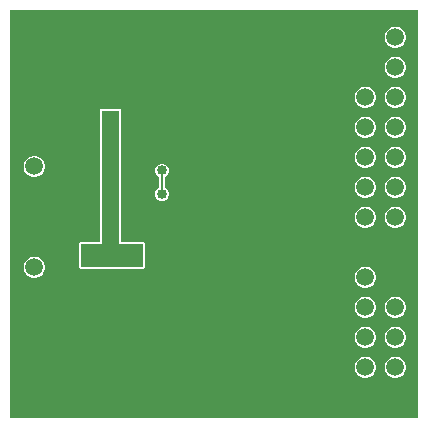
<source format=gbr>
%TF.GenerationSoftware,Altium Limited,Altium Designer,21.2.2 (38)*%
G04 Layer_Physical_Order=2*
G04 Layer_Color=16711680*
%FSLAX45Y45*%
%MOMM*%
%TF.SameCoordinates,DC8D9031-FEEE-4EB9-A140-7D2FD38E5C7C*%
%TF.FilePolarity,Positive*%
%TF.FileFunction,Copper,L2,Bot,Signal*%
%TF.Part,Single*%
G01*
G75*
%TA.AperFunction,Conductor*%
%ADD18C,0.20000*%
%TA.AperFunction,ComponentPad*%
%ADD20R,1.50000X1.50000*%
%ADD21C,1.50000*%
%TA.AperFunction,ViaPad*%
%ADD22C,0.85000*%
%ADD23C,0.65000*%
G36*
X3474512Y25488D02*
X25488D01*
Y3474512D01*
X3474512D01*
Y25488D01*
D02*
G37*
%LPC*%
G36*
X3296849Y3337000D02*
X3273151D01*
X3250261Y3330867D01*
X3229739Y3319018D01*
X3212982Y3302261D01*
X3201134Y3281739D01*
X3195000Y3258849D01*
Y3235152D01*
X3201134Y3212262D01*
X3212982Y3191739D01*
X3229739Y3174982D01*
X3250261Y3163134D01*
X3273151Y3157000D01*
X3296849D01*
X3319739Y3163134D01*
X3340261Y3174982D01*
X3357018Y3191739D01*
X3368867Y3212262D01*
X3375000Y3235152D01*
Y3258849D01*
X3368867Y3281739D01*
X3357018Y3302261D01*
X3340261Y3319018D01*
X3319739Y3330867D01*
X3296849Y3337000D01*
D02*
G37*
G36*
Y3083000D02*
X3273151D01*
X3250261Y3076867D01*
X3229739Y3065018D01*
X3212982Y3048261D01*
X3201134Y3027739D01*
X3195000Y3004849D01*
Y2981152D01*
X3201134Y2958262D01*
X3212982Y2937739D01*
X3229739Y2920982D01*
X3250261Y2909134D01*
X3273151Y2903000D01*
X3296849D01*
X3319739Y2909134D01*
X3340261Y2920982D01*
X3357018Y2937739D01*
X3368867Y2958262D01*
X3375000Y2981152D01*
Y3004849D01*
X3368867Y3027739D01*
X3357018Y3048261D01*
X3340261Y3065018D01*
X3319739Y3076867D01*
X3296849Y3083000D01*
D02*
G37*
G36*
Y2829000D02*
X3273151D01*
X3250261Y2822867D01*
X3229739Y2811018D01*
X3212982Y2794261D01*
X3201134Y2773739D01*
X3195000Y2750849D01*
Y2727152D01*
X3201134Y2704262D01*
X3212982Y2683739D01*
X3229739Y2666982D01*
X3250261Y2655134D01*
X3273151Y2649000D01*
X3296849D01*
X3319739Y2655134D01*
X3340261Y2666982D01*
X3357018Y2683739D01*
X3368867Y2704262D01*
X3375000Y2727152D01*
Y2750849D01*
X3368867Y2773739D01*
X3357018Y2794261D01*
X3340261Y2811018D01*
X3319739Y2822867D01*
X3296849Y2829000D01*
D02*
G37*
G36*
X3042849D02*
X3019151D01*
X2996261Y2822867D01*
X2975739Y2811018D01*
X2958982Y2794261D01*
X2947134Y2773739D01*
X2941000Y2750849D01*
Y2727152D01*
X2947134Y2704262D01*
X2958982Y2683739D01*
X2975739Y2666982D01*
X2996261Y2655134D01*
X3019151Y2649000D01*
X3042849D01*
X3065739Y2655134D01*
X3086261Y2666982D01*
X3103018Y2683739D01*
X3114867Y2704262D01*
X3121000Y2727152D01*
Y2750849D01*
X3114867Y2773739D01*
X3103018Y2794261D01*
X3086261Y2811018D01*
X3065739Y2822867D01*
X3042849Y2829000D01*
D02*
G37*
G36*
X3296849Y2575000D02*
X3273151D01*
X3250261Y2568867D01*
X3229739Y2557018D01*
X3212982Y2540261D01*
X3201134Y2519739D01*
X3195000Y2496849D01*
Y2473152D01*
X3201134Y2450262D01*
X3212982Y2429739D01*
X3229739Y2412982D01*
X3250261Y2401134D01*
X3273151Y2395000D01*
X3296849D01*
X3319739Y2401134D01*
X3340261Y2412982D01*
X3357018Y2429739D01*
X3368867Y2450262D01*
X3375000Y2473152D01*
Y2496849D01*
X3368867Y2519739D01*
X3357018Y2540261D01*
X3340261Y2557018D01*
X3319739Y2568867D01*
X3296849Y2575000D01*
D02*
G37*
G36*
X3042849D02*
X3019151D01*
X2996261Y2568867D01*
X2975739Y2557018D01*
X2958982Y2540261D01*
X2947134Y2519739D01*
X2941000Y2496849D01*
Y2473152D01*
X2947134Y2450262D01*
X2958982Y2429739D01*
X2975739Y2412982D01*
X2996261Y2401134D01*
X3019151Y2395000D01*
X3042849D01*
X3065739Y2401134D01*
X3086261Y2412982D01*
X3103018Y2429739D01*
X3114867Y2450262D01*
X3121000Y2473152D01*
Y2496849D01*
X3114867Y2519739D01*
X3103018Y2540261D01*
X3086261Y2557018D01*
X3065739Y2568867D01*
X3042849Y2575000D01*
D02*
G37*
G36*
X3296849Y2321000D02*
X3273151D01*
X3250261Y2314867D01*
X3229739Y2303018D01*
X3212982Y2286261D01*
X3201134Y2265739D01*
X3195000Y2242849D01*
Y2219152D01*
X3201134Y2196262D01*
X3212982Y2175739D01*
X3229739Y2158982D01*
X3250261Y2147134D01*
X3273151Y2141000D01*
X3296849D01*
X3319739Y2147134D01*
X3340261Y2158982D01*
X3357018Y2175739D01*
X3368867Y2196262D01*
X3375000Y2219152D01*
Y2242849D01*
X3368867Y2265739D01*
X3357018Y2286261D01*
X3340261Y2303018D01*
X3319739Y2314867D01*
X3296849Y2321000D01*
D02*
G37*
G36*
X3042849D02*
X3019151D01*
X2996261Y2314867D01*
X2975739Y2303018D01*
X2958982Y2286261D01*
X2947134Y2265739D01*
X2941000Y2242849D01*
Y2219152D01*
X2947134Y2196262D01*
X2958982Y2175739D01*
X2975739Y2158982D01*
X2996261Y2147134D01*
X3019151Y2141000D01*
X3042849D01*
X3065739Y2147134D01*
X3086261Y2158982D01*
X3103018Y2175739D01*
X3114867Y2196262D01*
X3121000Y2219152D01*
Y2242849D01*
X3114867Y2265739D01*
X3103018Y2286261D01*
X3086261Y2303018D01*
X3065739Y2314867D01*
X3042849Y2321000D01*
D02*
G37*
G36*
X241849Y2244000D02*
X218151D01*
X195261Y2237867D01*
X174739Y2226018D01*
X157982Y2209261D01*
X146134Y2188739D01*
X140000Y2165849D01*
Y2142152D01*
X146134Y2119262D01*
X157982Y2098739D01*
X174739Y2081983D01*
X195261Y2070134D01*
X218151Y2064000D01*
X241849D01*
X264739Y2070134D01*
X285261Y2081983D01*
X302018Y2098739D01*
X313867Y2119262D01*
X320000Y2142152D01*
Y2165849D01*
X313867Y2188739D01*
X302018Y2209261D01*
X285261Y2226018D01*
X264739Y2237867D01*
X241849Y2244000D01*
D02*
G37*
G36*
X3296849Y2067000D02*
X3273151D01*
X3250261Y2060867D01*
X3229739Y2049018D01*
X3212982Y2032261D01*
X3201134Y2011739D01*
X3195000Y1988849D01*
Y1965152D01*
X3201134Y1942262D01*
X3212982Y1921739D01*
X3229739Y1904982D01*
X3250261Y1893134D01*
X3273151Y1887000D01*
X3296849D01*
X3319739Y1893134D01*
X3340261Y1904982D01*
X3357018Y1921739D01*
X3368867Y1942262D01*
X3375000Y1965152D01*
Y1988849D01*
X3368867Y2011739D01*
X3357018Y2032261D01*
X3340261Y2049018D01*
X3319739Y2060867D01*
X3296849Y2067000D01*
D02*
G37*
G36*
X3042849D02*
X3019151D01*
X2996261Y2060867D01*
X2975739Y2049018D01*
X2958982Y2032261D01*
X2947134Y2011739D01*
X2941000Y1988849D01*
Y1965152D01*
X2947134Y1942262D01*
X2958982Y1921739D01*
X2975739Y1904982D01*
X2996261Y1893134D01*
X3019151Y1887000D01*
X3042849D01*
X3065739Y1893134D01*
X3086261Y1904982D01*
X3103018Y1921739D01*
X3114867Y1942262D01*
X3121000Y1965152D01*
Y1988849D01*
X3114867Y2011739D01*
X3103018Y2032261D01*
X3086261Y2049018D01*
X3065739Y2060867D01*
X3042849Y2067000D01*
D02*
G37*
G36*
X1321437Y2177500D02*
X1298563D01*
X1277429Y2168746D01*
X1261254Y2152571D01*
X1252500Y2131437D01*
Y2108563D01*
X1261254Y2087429D01*
X1277429Y2071254D01*
X1284510Y2068321D01*
Y1971679D01*
X1277429Y1968746D01*
X1261254Y1952571D01*
X1252500Y1931437D01*
Y1908563D01*
X1261254Y1887429D01*
X1277429Y1871254D01*
X1298563Y1862500D01*
X1321437D01*
X1342571Y1871254D01*
X1358746Y1887429D01*
X1367500Y1908563D01*
Y1931437D01*
X1358746Y1952571D01*
X1342571Y1968746D01*
X1335490Y1971679D01*
Y2068321D01*
X1342571Y2071254D01*
X1358746Y2087429D01*
X1367500Y2108563D01*
Y2131437D01*
X1358746Y2152571D01*
X1342571Y2168746D01*
X1321437Y2177500D01*
D02*
G37*
G36*
X3296849Y1813000D02*
X3273151D01*
X3250261Y1806867D01*
X3229739Y1795018D01*
X3212982Y1778261D01*
X3201134Y1757739D01*
X3195000Y1734849D01*
Y1711152D01*
X3201134Y1688262D01*
X3212982Y1667739D01*
X3229739Y1650982D01*
X3250261Y1639134D01*
X3273151Y1633000D01*
X3296849D01*
X3319739Y1639134D01*
X3340261Y1650982D01*
X3357018Y1667739D01*
X3368867Y1688262D01*
X3375000Y1711152D01*
Y1734849D01*
X3368867Y1757739D01*
X3357018Y1778261D01*
X3340261Y1795018D01*
X3319739Y1806867D01*
X3296849Y1813000D01*
D02*
G37*
G36*
X3042849D02*
X3019151D01*
X2996261Y1806867D01*
X2975739Y1795018D01*
X2958982Y1778261D01*
X2947134Y1757739D01*
X2941000Y1734849D01*
Y1711152D01*
X2947134Y1688262D01*
X2958982Y1667739D01*
X2975739Y1650982D01*
X2996261Y1639134D01*
X3019151Y1633000D01*
X3042849D01*
X3065739Y1639134D01*
X3086261Y1650982D01*
X3103018Y1667739D01*
X3114867Y1688262D01*
X3121000Y1711152D01*
Y1734849D01*
X3114867Y1757739D01*
X3103018Y1778261D01*
X3086261Y1795018D01*
X3065739Y1806867D01*
X3042849Y1813000D01*
D02*
G37*
G36*
X950000Y2641236D02*
X800000D01*
X788519Y2636481D01*
X783764Y2625000D01*
Y1516236D01*
X625000D01*
X613519Y1511481D01*
X608764Y1500000D01*
Y1300000D01*
X613519Y1288519D01*
X625000Y1283764D01*
X1150000D01*
X1161481Y1288519D01*
X1166236Y1300000D01*
Y1500000D01*
X1161481Y1511481D01*
X1150000Y1516236D01*
X966236D01*
Y2625000D01*
X961480Y2636481D01*
X950000Y2641236D01*
D02*
G37*
G36*
X241849Y1390000D02*
X218151D01*
X195261Y1383867D01*
X174739Y1372018D01*
X157982Y1355261D01*
X146134Y1334739D01*
X140000Y1311849D01*
Y1288152D01*
X146134Y1265262D01*
X157982Y1244739D01*
X174739Y1227983D01*
X195261Y1216134D01*
X218151Y1210000D01*
X241849D01*
X264739Y1216134D01*
X285261Y1227983D01*
X302018Y1244739D01*
X313867Y1265262D01*
X320000Y1288152D01*
Y1311849D01*
X313867Y1334739D01*
X302018Y1355261D01*
X285261Y1372018D01*
X264739Y1383867D01*
X241849Y1390000D01*
D02*
G37*
G36*
X3042849Y1305000D02*
X3019151D01*
X2996261Y1298867D01*
X2975739Y1287018D01*
X2958982Y1270261D01*
X2947134Y1249739D01*
X2941000Y1226849D01*
Y1203152D01*
X2947134Y1180262D01*
X2958982Y1159739D01*
X2975739Y1142982D01*
X2996261Y1131134D01*
X3019151Y1125000D01*
X3042849D01*
X3065739Y1131134D01*
X3086261Y1142982D01*
X3103018Y1159739D01*
X3114867Y1180262D01*
X3121000Y1203152D01*
Y1226849D01*
X3114867Y1249739D01*
X3103018Y1270261D01*
X3086261Y1287018D01*
X3065739Y1298867D01*
X3042849Y1305000D01*
D02*
G37*
G36*
X3296849Y1051000D02*
X3273151D01*
X3250261Y1044867D01*
X3229739Y1033018D01*
X3212982Y1016261D01*
X3201134Y995739D01*
X3195000Y972849D01*
Y949152D01*
X3201134Y926262D01*
X3212982Y905739D01*
X3229739Y888982D01*
X3250261Y877134D01*
X3273151Y871000D01*
X3296849D01*
X3319739Y877134D01*
X3340261Y888982D01*
X3357018Y905739D01*
X3368867Y926262D01*
X3375000Y949152D01*
Y972849D01*
X3368867Y995739D01*
X3357018Y1016261D01*
X3340261Y1033018D01*
X3319739Y1044867D01*
X3296849Y1051000D01*
D02*
G37*
G36*
X3042849D02*
X3019151D01*
X2996261Y1044867D01*
X2975739Y1033018D01*
X2958982Y1016261D01*
X2947134Y995739D01*
X2941000Y972849D01*
Y949152D01*
X2947134Y926262D01*
X2958982Y905739D01*
X2975739Y888982D01*
X2996261Y877134D01*
X3019151Y871000D01*
X3042849D01*
X3065739Y877134D01*
X3086261Y888982D01*
X3103018Y905739D01*
X3114867Y926262D01*
X3121000Y949152D01*
Y972849D01*
X3114867Y995739D01*
X3103018Y1016261D01*
X3086261Y1033018D01*
X3065739Y1044867D01*
X3042849Y1051000D01*
D02*
G37*
G36*
X3296849Y797000D02*
X3273151D01*
X3250261Y790867D01*
X3229739Y779018D01*
X3212982Y762261D01*
X3201134Y741739D01*
X3195000Y718849D01*
Y695152D01*
X3201134Y672262D01*
X3212982Y651739D01*
X3229739Y634982D01*
X3250261Y623134D01*
X3273151Y617000D01*
X3296849D01*
X3319739Y623134D01*
X3340261Y634982D01*
X3357018Y651739D01*
X3368867Y672262D01*
X3375000Y695152D01*
Y718849D01*
X3368867Y741739D01*
X3357018Y762261D01*
X3340261Y779018D01*
X3319739Y790867D01*
X3296849Y797000D01*
D02*
G37*
G36*
X3042849D02*
X3019151D01*
X2996261Y790867D01*
X2975739Y779018D01*
X2958982Y762261D01*
X2947134Y741739D01*
X2941000Y718849D01*
Y695152D01*
X2947134Y672262D01*
X2958982Y651739D01*
X2975739Y634982D01*
X2996261Y623134D01*
X3019151Y617000D01*
X3042849D01*
X3065739Y623134D01*
X3086261Y634982D01*
X3103018Y651739D01*
X3114867Y672262D01*
X3121000Y695152D01*
Y718849D01*
X3114867Y741739D01*
X3103018Y762261D01*
X3086261Y779018D01*
X3065739Y790867D01*
X3042849Y797000D01*
D02*
G37*
G36*
X3296849Y543000D02*
X3273151D01*
X3250261Y536867D01*
X3229739Y525018D01*
X3212982Y508261D01*
X3201134Y487739D01*
X3195000Y464849D01*
Y441152D01*
X3201134Y418262D01*
X3212982Y397739D01*
X3229739Y380982D01*
X3250261Y369134D01*
X3273151Y363000D01*
X3296849D01*
X3319739Y369134D01*
X3340261Y380982D01*
X3357018Y397739D01*
X3368867Y418262D01*
X3375000Y441152D01*
Y464849D01*
X3368867Y487739D01*
X3357018Y508261D01*
X3340261Y525018D01*
X3319739Y536867D01*
X3296849Y543000D01*
D02*
G37*
G36*
X3042849D02*
X3019151D01*
X2996261Y536867D01*
X2975739Y525018D01*
X2958982Y508261D01*
X2947134Y487739D01*
X2941000Y464849D01*
Y441152D01*
X2947134Y418262D01*
X2958982Y397739D01*
X2975739Y380982D01*
X2996261Y369134D01*
X3019151Y363000D01*
X3042849D01*
X3065739Y369134D01*
X3086261Y380982D01*
X3103018Y397739D01*
X3114867Y418262D01*
X3121000Y441152D01*
Y464849D01*
X3114867Y487739D01*
X3103018Y508261D01*
X3086261Y525018D01*
X3065739Y536867D01*
X3042849Y543000D01*
D02*
G37*
%LPD*%
G36*
X950000Y1500000D02*
X1150000D01*
Y1300000D01*
X625000D01*
Y1500000D01*
X800000D01*
Y2625000D01*
X950000D01*
Y1500000D01*
D02*
G37*
D18*
X1310000Y1920000D02*
Y2120000D01*
D20*
X230000Y1554000D02*
D03*
Y1900000D02*
D03*
X3031000Y3247000D02*
D03*
D21*
X230000Y1300000D02*
D03*
Y2154000D02*
D03*
X3285000Y3247000D02*
D03*
X3031000Y2993000D02*
D03*
X3285000D02*
D03*
X3031000Y2739000D02*
D03*
X3285000D02*
D03*
X3031000Y2485000D02*
D03*
X3285000D02*
D03*
X3031000Y2231000D02*
D03*
X3285000D02*
D03*
X3031000Y1977000D02*
D03*
X3285000D02*
D03*
X3031000Y1723000D02*
D03*
X3285000D02*
D03*
X3031000Y1469000D02*
D03*
X3285000D02*
D03*
X3031000Y1215000D02*
D03*
X3285000D02*
D03*
X3031000Y961000D02*
D03*
X3285000D02*
D03*
X3031000Y707000D02*
D03*
X3285000D02*
D03*
X3031000Y453000D02*
D03*
X3285000D02*
D03*
X3031000Y199000D02*
D03*
X3285000D02*
D03*
D22*
X2230000Y3110000D02*
D03*
X1310000Y2120000D02*
D03*
Y1920000D02*
D03*
X2560000Y1730000D02*
D03*
X2230000Y2060000D02*
D03*
X1210000Y1560000D02*
D03*
D23*
X880000Y2190000D02*
D03*
Y2280000D02*
D03*
Y2370000D02*
D03*
Y2460000D02*
D03*
Y2550000D02*
D03*
X675000Y1400000D02*
D03*
X775000D02*
D03*
X875000D02*
D03*
X975000D02*
D03*
X1075000D02*
D03*
%TF.MD5,6abccdeb5d97bd039327249048d3c3b3*%
M02*

</source>
